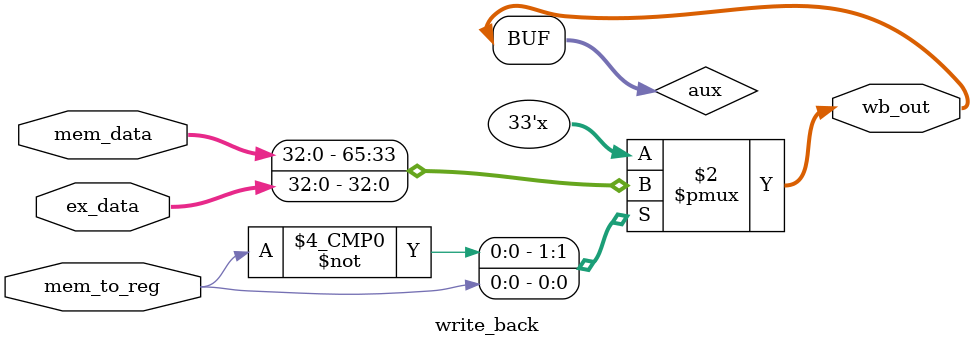
<source format=v>
`timescale 1ns / 1ps
module write_back(
    input mem_to_reg,
    input [32:0] mem_data,
    input [32:0] ex_data,
    output [32:0] wb_out
    );

	reg [32:0] aux;
	 
	always @(*)
	begin
		case (mem_to_reg)
		0:
			aux = mem_data;
		1:
			aux = ex_data;		
		endcase
	end

	assign wb_out = aux;

endmodule

</source>
